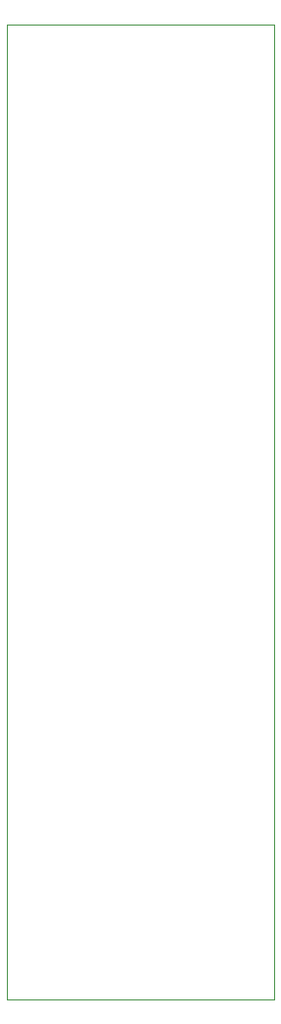
<source format=gbr>
%TF.GenerationSoftware,KiCad,Pcbnew,5.1.10-88a1d61d58~90~ubuntu20.10.1*%
%TF.CreationDate,2021-07-31T21:38:24+02:00*%
%TF.ProjectId,control,636f6e74-726f-46c2-9e6b-696361645f70,rev?*%
%TF.SameCoordinates,Original*%
%TF.FileFunction,Profile,NP*%
%FSLAX46Y46*%
G04 Gerber Fmt 4.6, Leading zero omitted, Abs format (unit mm)*
G04 Created by KiCad (PCBNEW 5.1.10-88a1d61d58~90~ubuntu20.10.1) date 2021-07-31 21:38:24*
%MOMM*%
%LPD*%
G01*
G04 APERTURE LIST*
%TA.AperFunction,Profile*%
%ADD10C,0.050000*%
%TD*%
G04 APERTURE END LIST*
D10*
X98000000Y-52000000D02*
X75000000Y-52000000D01*
X98000000Y-136000000D02*
X98000000Y-52000000D01*
X75000000Y-136000000D02*
X98000000Y-136000000D01*
X75000000Y-52000000D02*
X75000000Y-136000000D01*
M02*

</source>
